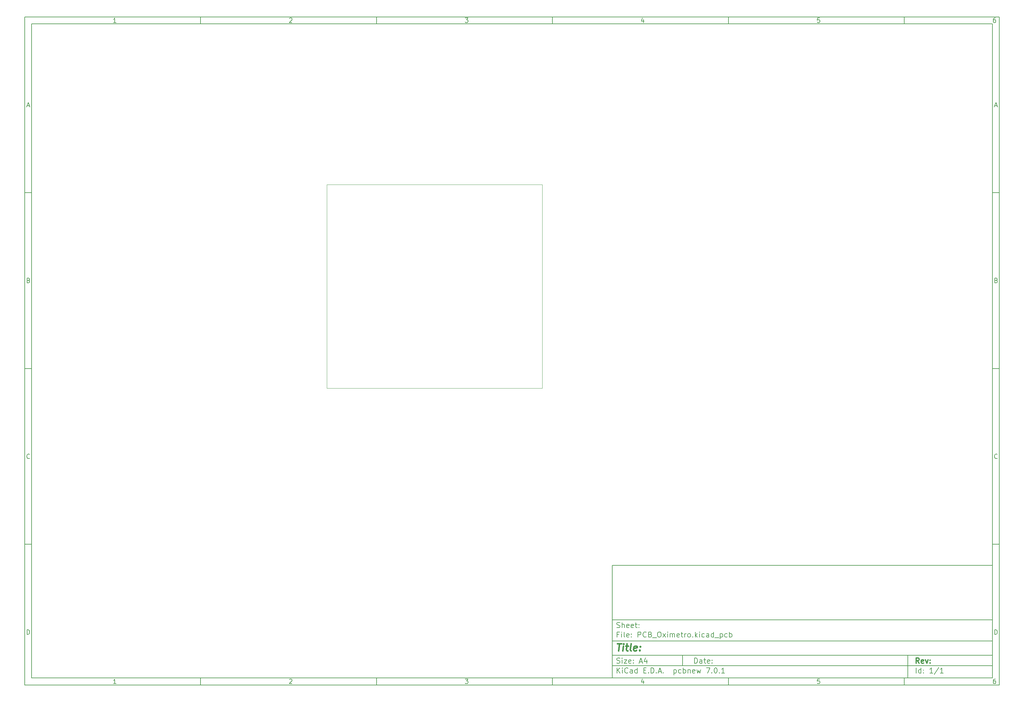
<source format=gbr>
%TF.GenerationSoftware,KiCad,Pcbnew,7.0.1*%
%TF.CreationDate,2023-09-12T17:22:40-03:00*%
%TF.ProjectId,PCB_Oximetro,5043425f-4f78-4696-9d65-74726f2e6b69,rev?*%
%TF.SameCoordinates,Original*%
%TF.FileFunction,Profile,NP*%
%FSLAX46Y46*%
G04 Gerber Fmt 4.6, Leading zero omitted, Abs format (unit mm)*
G04 Created by KiCad (PCBNEW 7.0.1) date 2023-09-12 17:22:40*
%MOMM*%
%LPD*%
G01*
G04 APERTURE LIST*
%ADD10C,0.100000*%
%ADD11C,0.150000*%
%ADD12C,0.300000*%
%ADD13C,0.400000*%
%TA.AperFunction,Profile*%
%ADD14C,0.100000*%
%TD*%
G04 APERTURE END LIST*
D10*
D11*
X177002200Y-166007200D02*
X285002200Y-166007200D01*
X285002200Y-198007200D01*
X177002200Y-198007200D01*
X177002200Y-166007200D01*
D10*
D11*
X10000000Y-10000000D02*
X287002200Y-10000000D01*
X287002200Y-200007200D01*
X10000000Y-200007200D01*
X10000000Y-10000000D01*
D10*
D11*
X12000000Y-12000000D02*
X285002200Y-12000000D01*
X285002200Y-198007200D01*
X12000000Y-198007200D01*
X12000000Y-12000000D01*
D10*
D11*
X60000000Y-12000000D02*
X60000000Y-10000000D01*
D10*
D11*
X110000000Y-12000000D02*
X110000000Y-10000000D01*
D10*
D11*
X160000000Y-12000000D02*
X160000000Y-10000000D01*
D10*
D11*
X210000000Y-12000000D02*
X210000000Y-10000000D01*
D10*
D11*
X260000000Y-12000000D02*
X260000000Y-10000000D01*
D10*
D11*
X35990476Y-11601404D02*
X35247619Y-11601404D01*
X35619047Y-11601404D02*
X35619047Y-10301404D01*
X35619047Y-10301404D02*
X35495238Y-10487119D01*
X35495238Y-10487119D02*
X35371428Y-10610928D01*
X35371428Y-10610928D02*
X35247619Y-10672833D01*
D10*
D11*
X85247619Y-10425214D02*
X85309523Y-10363309D01*
X85309523Y-10363309D02*
X85433333Y-10301404D01*
X85433333Y-10301404D02*
X85742857Y-10301404D01*
X85742857Y-10301404D02*
X85866666Y-10363309D01*
X85866666Y-10363309D02*
X85928571Y-10425214D01*
X85928571Y-10425214D02*
X85990476Y-10549023D01*
X85990476Y-10549023D02*
X85990476Y-10672833D01*
X85990476Y-10672833D02*
X85928571Y-10858547D01*
X85928571Y-10858547D02*
X85185714Y-11601404D01*
X85185714Y-11601404D02*
X85990476Y-11601404D01*
D10*
D11*
X135185714Y-10301404D02*
X135990476Y-10301404D01*
X135990476Y-10301404D02*
X135557142Y-10796642D01*
X135557142Y-10796642D02*
X135742857Y-10796642D01*
X135742857Y-10796642D02*
X135866666Y-10858547D01*
X135866666Y-10858547D02*
X135928571Y-10920452D01*
X135928571Y-10920452D02*
X135990476Y-11044261D01*
X135990476Y-11044261D02*
X135990476Y-11353785D01*
X135990476Y-11353785D02*
X135928571Y-11477595D01*
X135928571Y-11477595D02*
X135866666Y-11539500D01*
X135866666Y-11539500D02*
X135742857Y-11601404D01*
X135742857Y-11601404D02*
X135371428Y-11601404D01*
X135371428Y-11601404D02*
X135247619Y-11539500D01*
X135247619Y-11539500D02*
X135185714Y-11477595D01*
D10*
D11*
X185866666Y-10734738D02*
X185866666Y-11601404D01*
X185557142Y-10239500D02*
X185247619Y-11168071D01*
X185247619Y-11168071D02*
X186052380Y-11168071D01*
D10*
D11*
X235928571Y-10301404D02*
X235309523Y-10301404D01*
X235309523Y-10301404D02*
X235247619Y-10920452D01*
X235247619Y-10920452D02*
X235309523Y-10858547D01*
X235309523Y-10858547D02*
X235433333Y-10796642D01*
X235433333Y-10796642D02*
X235742857Y-10796642D01*
X235742857Y-10796642D02*
X235866666Y-10858547D01*
X235866666Y-10858547D02*
X235928571Y-10920452D01*
X235928571Y-10920452D02*
X235990476Y-11044261D01*
X235990476Y-11044261D02*
X235990476Y-11353785D01*
X235990476Y-11353785D02*
X235928571Y-11477595D01*
X235928571Y-11477595D02*
X235866666Y-11539500D01*
X235866666Y-11539500D02*
X235742857Y-11601404D01*
X235742857Y-11601404D02*
X235433333Y-11601404D01*
X235433333Y-11601404D02*
X235309523Y-11539500D01*
X235309523Y-11539500D02*
X235247619Y-11477595D01*
D10*
D11*
X285866666Y-10301404D02*
X285619047Y-10301404D01*
X285619047Y-10301404D02*
X285495238Y-10363309D01*
X285495238Y-10363309D02*
X285433333Y-10425214D01*
X285433333Y-10425214D02*
X285309523Y-10610928D01*
X285309523Y-10610928D02*
X285247619Y-10858547D01*
X285247619Y-10858547D02*
X285247619Y-11353785D01*
X285247619Y-11353785D02*
X285309523Y-11477595D01*
X285309523Y-11477595D02*
X285371428Y-11539500D01*
X285371428Y-11539500D02*
X285495238Y-11601404D01*
X285495238Y-11601404D02*
X285742857Y-11601404D01*
X285742857Y-11601404D02*
X285866666Y-11539500D01*
X285866666Y-11539500D02*
X285928571Y-11477595D01*
X285928571Y-11477595D02*
X285990476Y-11353785D01*
X285990476Y-11353785D02*
X285990476Y-11044261D01*
X285990476Y-11044261D02*
X285928571Y-10920452D01*
X285928571Y-10920452D02*
X285866666Y-10858547D01*
X285866666Y-10858547D02*
X285742857Y-10796642D01*
X285742857Y-10796642D02*
X285495238Y-10796642D01*
X285495238Y-10796642D02*
X285371428Y-10858547D01*
X285371428Y-10858547D02*
X285309523Y-10920452D01*
X285309523Y-10920452D02*
X285247619Y-11044261D01*
D10*
D11*
X60000000Y-198007200D02*
X60000000Y-200007200D01*
D10*
D11*
X110000000Y-198007200D02*
X110000000Y-200007200D01*
D10*
D11*
X160000000Y-198007200D02*
X160000000Y-200007200D01*
D10*
D11*
X210000000Y-198007200D02*
X210000000Y-200007200D01*
D10*
D11*
X260000000Y-198007200D02*
X260000000Y-200007200D01*
D10*
D11*
X35990476Y-199608604D02*
X35247619Y-199608604D01*
X35619047Y-199608604D02*
X35619047Y-198308604D01*
X35619047Y-198308604D02*
X35495238Y-198494319D01*
X35495238Y-198494319D02*
X35371428Y-198618128D01*
X35371428Y-198618128D02*
X35247619Y-198680033D01*
D10*
D11*
X85247619Y-198432414D02*
X85309523Y-198370509D01*
X85309523Y-198370509D02*
X85433333Y-198308604D01*
X85433333Y-198308604D02*
X85742857Y-198308604D01*
X85742857Y-198308604D02*
X85866666Y-198370509D01*
X85866666Y-198370509D02*
X85928571Y-198432414D01*
X85928571Y-198432414D02*
X85990476Y-198556223D01*
X85990476Y-198556223D02*
X85990476Y-198680033D01*
X85990476Y-198680033D02*
X85928571Y-198865747D01*
X85928571Y-198865747D02*
X85185714Y-199608604D01*
X85185714Y-199608604D02*
X85990476Y-199608604D01*
D10*
D11*
X135185714Y-198308604D02*
X135990476Y-198308604D01*
X135990476Y-198308604D02*
X135557142Y-198803842D01*
X135557142Y-198803842D02*
X135742857Y-198803842D01*
X135742857Y-198803842D02*
X135866666Y-198865747D01*
X135866666Y-198865747D02*
X135928571Y-198927652D01*
X135928571Y-198927652D02*
X135990476Y-199051461D01*
X135990476Y-199051461D02*
X135990476Y-199360985D01*
X135990476Y-199360985D02*
X135928571Y-199484795D01*
X135928571Y-199484795D02*
X135866666Y-199546700D01*
X135866666Y-199546700D02*
X135742857Y-199608604D01*
X135742857Y-199608604D02*
X135371428Y-199608604D01*
X135371428Y-199608604D02*
X135247619Y-199546700D01*
X135247619Y-199546700D02*
X135185714Y-199484795D01*
D10*
D11*
X185866666Y-198741938D02*
X185866666Y-199608604D01*
X185557142Y-198246700D02*
X185247619Y-199175271D01*
X185247619Y-199175271D02*
X186052380Y-199175271D01*
D10*
D11*
X235928571Y-198308604D02*
X235309523Y-198308604D01*
X235309523Y-198308604D02*
X235247619Y-198927652D01*
X235247619Y-198927652D02*
X235309523Y-198865747D01*
X235309523Y-198865747D02*
X235433333Y-198803842D01*
X235433333Y-198803842D02*
X235742857Y-198803842D01*
X235742857Y-198803842D02*
X235866666Y-198865747D01*
X235866666Y-198865747D02*
X235928571Y-198927652D01*
X235928571Y-198927652D02*
X235990476Y-199051461D01*
X235990476Y-199051461D02*
X235990476Y-199360985D01*
X235990476Y-199360985D02*
X235928571Y-199484795D01*
X235928571Y-199484795D02*
X235866666Y-199546700D01*
X235866666Y-199546700D02*
X235742857Y-199608604D01*
X235742857Y-199608604D02*
X235433333Y-199608604D01*
X235433333Y-199608604D02*
X235309523Y-199546700D01*
X235309523Y-199546700D02*
X235247619Y-199484795D01*
D10*
D11*
X285866666Y-198308604D02*
X285619047Y-198308604D01*
X285619047Y-198308604D02*
X285495238Y-198370509D01*
X285495238Y-198370509D02*
X285433333Y-198432414D01*
X285433333Y-198432414D02*
X285309523Y-198618128D01*
X285309523Y-198618128D02*
X285247619Y-198865747D01*
X285247619Y-198865747D02*
X285247619Y-199360985D01*
X285247619Y-199360985D02*
X285309523Y-199484795D01*
X285309523Y-199484795D02*
X285371428Y-199546700D01*
X285371428Y-199546700D02*
X285495238Y-199608604D01*
X285495238Y-199608604D02*
X285742857Y-199608604D01*
X285742857Y-199608604D02*
X285866666Y-199546700D01*
X285866666Y-199546700D02*
X285928571Y-199484795D01*
X285928571Y-199484795D02*
X285990476Y-199360985D01*
X285990476Y-199360985D02*
X285990476Y-199051461D01*
X285990476Y-199051461D02*
X285928571Y-198927652D01*
X285928571Y-198927652D02*
X285866666Y-198865747D01*
X285866666Y-198865747D02*
X285742857Y-198803842D01*
X285742857Y-198803842D02*
X285495238Y-198803842D01*
X285495238Y-198803842D02*
X285371428Y-198865747D01*
X285371428Y-198865747D02*
X285309523Y-198927652D01*
X285309523Y-198927652D02*
X285247619Y-199051461D01*
D10*
D11*
X10000000Y-60000000D02*
X12000000Y-60000000D01*
D10*
D11*
X10000000Y-110000000D02*
X12000000Y-110000000D01*
D10*
D11*
X10000000Y-160000000D02*
X12000000Y-160000000D01*
D10*
D11*
X10690476Y-35229976D02*
X11309523Y-35229976D01*
X10566666Y-35601404D02*
X10999999Y-34301404D01*
X10999999Y-34301404D02*
X11433333Y-35601404D01*
D10*
D11*
X11092857Y-84920452D02*
X11278571Y-84982357D01*
X11278571Y-84982357D02*
X11340476Y-85044261D01*
X11340476Y-85044261D02*
X11402380Y-85168071D01*
X11402380Y-85168071D02*
X11402380Y-85353785D01*
X11402380Y-85353785D02*
X11340476Y-85477595D01*
X11340476Y-85477595D02*
X11278571Y-85539500D01*
X11278571Y-85539500D02*
X11154761Y-85601404D01*
X11154761Y-85601404D02*
X10659523Y-85601404D01*
X10659523Y-85601404D02*
X10659523Y-84301404D01*
X10659523Y-84301404D02*
X11092857Y-84301404D01*
X11092857Y-84301404D02*
X11216666Y-84363309D01*
X11216666Y-84363309D02*
X11278571Y-84425214D01*
X11278571Y-84425214D02*
X11340476Y-84549023D01*
X11340476Y-84549023D02*
X11340476Y-84672833D01*
X11340476Y-84672833D02*
X11278571Y-84796642D01*
X11278571Y-84796642D02*
X11216666Y-84858547D01*
X11216666Y-84858547D02*
X11092857Y-84920452D01*
X11092857Y-84920452D02*
X10659523Y-84920452D01*
D10*
D11*
X11402380Y-135477595D02*
X11340476Y-135539500D01*
X11340476Y-135539500D02*
X11154761Y-135601404D01*
X11154761Y-135601404D02*
X11030952Y-135601404D01*
X11030952Y-135601404D02*
X10845238Y-135539500D01*
X10845238Y-135539500D02*
X10721428Y-135415690D01*
X10721428Y-135415690D02*
X10659523Y-135291880D01*
X10659523Y-135291880D02*
X10597619Y-135044261D01*
X10597619Y-135044261D02*
X10597619Y-134858547D01*
X10597619Y-134858547D02*
X10659523Y-134610928D01*
X10659523Y-134610928D02*
X10721428Y-134487119D01*
X10721428Y-134487119D02*
X10845238Y-134363309D01*
X10845238Y-134363309D02*
X11030952Y-134301404D01*
X11030952Y-134301404D02*
X11154761Y-134301404D01*
X11154761Y-134301404D02*
X11340476Y-134363309D01*
X11340476Y-134363309D02*
X11402380Y-134425214D01*
D10*
D11*
X10659523Y-185601404D02*
X10659523Y-184301404D01*
X10659523Y-184301404D02*
X10969047Y-184301404D01*
X10969047Y-184301404D02*
X11154761Y-184363309D01*
X11154761Y-184363309D02*
X11278571Y-184487119D01*
X11278571Y-184487119D02*
X11340476Y-184610928D01*
X11340476Y-184610928D02*
X11402380Y-184858547D01*
X11402380Y-184858547D02*
X11402380Y-185044261D01*
X11402380Y-185044261D02*
X11340476Y-185291880D01*
X11340476Y-185291880D02*
X11278571Y-185415690D01*
X11278571Y-185415690D02*
X11154761Y-185539500D01*
X11154761Y-185539500D02*
X10969047Y-185601404D01*
X10969047Y-185601404D02*
X10659523Y-185601404D01*
D10*
D11*
X287002200Y-60000000D02*
X285002200Y-60000000D01*
D10*
D11*
X287002200Y-110000000D02*
X285002200Y-110000000D01*
D10*
D11*
X287002200Y-160000000D02*
X285002200Y-160000000D01*
D10*
D11*
X285692676Y-35229976D02*
X286311723Y-35229976D01*
X285568866Y-35601404D02*
X286002199Y-34301404D01*
X286002199Y-34301404D02*
X286435533Y-35601404D01*
D10*
D11*
X286095057Y-84920452D02*
X286280771Y-84982357D01*
X286280771Y-84982357D02*
X286342676Y-85044261D01*
X286342676Y-85044261D02*
X286404580Y-85168071D01*
X286404580Y-85168071D02*
X286404580Y-85353785D01*
X286404580Y-85353785D02*
X286342676Y-85477595D01*
X286342676Y-85477595D02*
X286280771Y-85539500D01*
X286280771Y-85539500D02*
X286156961Y-85601404D01*
X286156961Y-85601404D02*
X285661723Y-85601404D01*
X285661723Y-85601404D02*
X285661723Y-84301404D01*
X285661723Y-84301404D02*
X286095057Y-84301404D01*
X286095057Y-84301404D02*
X286218866Y-84363309D01*
X286218866Y-84363309D02*
X286280771Y-84425214D01*
X286280771Y-84425214D02*
X286342676Y-84549023D01*
X286342676Y-84549023D02*
X286342676Y-84672833D01*
X286342676Y-84672833D02*
X286280771Y-84796642D01*
X286280771Y-84796642D02*
X286218866Y-84858547D01*
X286218866Y-84858547D02*
X286095057Y-84920452D01*
X286095057Y-84920452D02*
X285661723Y-84920452D01*
D10*
D11*
X286404580Y-135477595D02*
X286342676Y-135539500D01*
X286342676Y-135539500D02*
X286156961Y-135601404D01*
X286156961Y-135601404D02*
X286033152Y-135601404D01*
X286033152Y-135601404D02*
X285847438Y-135539500D01*
X285847438Y-135539500D02*
X285723628Y-135415690D01*
X285723628Y-135415690D02*
X285661723Y-135291880D01*
X285661723Y-135291880D02*
X285599819Y-135044261D01*
X285599819Y-135044261D02*
X285599819Y-134858547D01*
X285599819Y-134858547D02*
X285661723Y-134610928D01*
X285661723Y-134610928D02*
X285723628Y-134487119D01*
X285723628Y-134487119D02*
X285847438Y-134363309D01*
X285847438Y-134363309D02*
X286033152Y-134301404D01*
X286033152Y-134301404D02*
X286156961Y-134301404D01*
X286156961Y-134301404D02*
X286342676Y-134363309D01*
X286342676Y-134363309D02*
X286404580Y-134425214D01*
D10*
D11*
X285661723Y-185601404D02*
X285661723Y-184301404D01*
X285661723Y-184301404D02*
X285971247Y-184301404D01*
X285971247Y-184301404D02*
X286156961Y-184363309D01*
X286156961Y-184363309D02*
X286280771Y-184487119D01*
X286280771Y-184487119D02*
X286342676Y-184610928D01*
X286342676Y-184610928D02*
X286404580Y-184858547D01*
X286404580Y-184858547D02*
X286404580Y-185044261D01*
X286404580Y-185044261D02*
X286342676Y-185291880D01*
X286342676Y-185291880D02*
X286280771Y-185415690D01*
X286280771Y-185415690D02*
X286156961Y-185539500D01*
X286156961Y-185539500D02*
X285971247Y-185601404D01*
X285971247Y-185601404D02*
X285661723Y-185601404D01*
D10*
D11*
X200359342Y-193801128D02*
X200359342Y-192301128D01*
X200359342Y-192301128D02*
X200716485Y-192301128D01*
X200716485Y-192301128D02*
X200930771Y-192372557D01*
X200930771Y-192372557D02*
X201073628Y-192515414D01*
X201073628Y-192515414D02*
X201145057Y-192658271D01*
X201145057Y-192658271D02*
X201216485Y-192943985D01*
X201216485Y-192943985D02*
X201216485Y-193158271D01*
X201216485Y-193158271D02*
X201145057Y-193443985D01*
X201145057Y-193443985D02*
X201073628Y-193586842D01*
X201073628Y-193586842D02*
X200930771Y-193729700D01*
X200930771Y-193729700D02*
X200716485Y-193801128D01*
X200716485Y-193801128D02*
X200359342Y-193801128D01*
X202502200Y-193801128D02*
X202502200Y-193015414D01*
X202502200Y-193015414D02*
X202430771Y-192872557D01*
X202430771Y-192872557D02*
X202287914Y-192801128D01*
X202287914Y-192801128D02*
X202002200Y-192801128D01*
X202002200Y-192801128D02*
X201859342Y-192872557D01*
X202502200Y-193729700D02*
X202359342Y-193801128D01*
X202359342Y-193801128D02*
X202002200Y-193801128D01*
X202002200Y-193801128D02*
X201859342Y-193729700D01*
X201859342Y-193729700D02*
X201787914Y-193586842D01*
X201787914Y-193586842D02*
X201787914Y-193443985D01*
X201787914Y-193443985D02*
X201859342Y-193301128D01*
X201859342Y-193301128D02*
X202002200Y-193229700D01*
X202002200Y-193229700D02*
X202359342Y-193229700D01*
X202359342Y-193229700D02*
X202502200Y-193158271D01*
X203002200Y-192801128D02*
X203573628Y-192801128D01*
X203216485Y-192301128D02*
X203216485Y-193586842D01*
X203216485Y-193586842D02*
X203287914Y-193729700D01*
X203287914Y-193729700D02*
X203430771Y-193801128D01*
X203430771Y-193801128D02*
X203573628Y-193801128D01*
X204645057Y-193729700D02*
X204502200Y-193801128D01*
X204502200Y-193801128D02*
X204216486Y-193801128D01*
X204216486Y-193801128D02*
X204073628Y-193729700D01*
X204073628Y-193729700D02*
X204002200Y-193586842D01*
X204002200Y-193586842D02*
X204002200Y-193015414D01*
X204002200Y-193015414D02*
X204073628Y-192872557D01*
X204073628Y-192872557D02*
X204216486Y-192801128D01*
X204216486Y-192801128D02*
X204502200Y-192801128D01*
X204502200Y-192801128D02*
X204645057Y-192872557D01*
X204645057Y-192872557D02*
X204716486Y-193015414D01*
X204716486Y-193015414D02*
X204716486Y-193158271D01*
X204716486Y-193158271D02*
X204002200Y-193301128D01*
X205359342Y-193658271D02*
X205430771Y-193729700D01*
X205430771Y-193729700D02*
X205359342Y-193801128D01*
X205359342Y-193801128D02*
X205287914Y-193729700D01*
X205287914Y-193729700D02*
X205359342Y-193658271D01*
X205359342Y-193658271D02*
X205359342Y-193801128D01*
X205359342Y-192872557D02*
X205430771Y-192943985D01*
X205430771Y-192943985D02*
X205359342Y-193015414D01*
X205359342Y-193015414D02*
X205287914Y-192943985D01*
X205287914Y-192943985D02*
X205359342Y-192872557D01*
X205359342Y-192872557D02*
X205359342Y-193015414D01*
D10*
D11*
X177002200Y-194507200D02*
X285002200Y-194507200D01*
D10*
D11*
X178359342Y-196601128D02*
X178359342Y-195101128D01*
X179216485Y-196601128D02*
X178573628Y-195743985D01*
X179216485Y-195101128D02*
X178359342Y-195958271D01*
X179859342Y-196601128D02*
X179859342Y-195601128D01*
X179859342Y-195101128D02*
X179787914Y-195172557D01*
X179787914Y-195172557D02*
X179859342Y-195243985D01*
X179859342Y-195243985D02*
X179930771Y-195172557D01*
X179930771Y-195172557D02*
X179859342Y-195101128D01*
X179859342Y-195101128D02*
X179859342Y-195243985D01*
X181430771Y-196458271D02*
X181359343Y-196529700D01*
X181359343Y-196529700D02*
X181145057Y-196601128D01*
X181145057Y-196601128D02*
X181002200Y-196601128D01*
X181002200Y-196601128D02*
X180787914Y-196529700D01*
X180787914Y-196529700D02*
X180645057Y-196386842D01*
X180645057Y-196386842D02*
X180573628Y-196243985D01*
X180573628Y-196243985D02*
X180502200Y-195958271D01*
X180502200Y-195958271D02*
X180502200Y-195743985D01*
X180502200Y-195743985D02*
X180573628Y-195458271D01*
X180573628Y-195458271D02*
X180645057Y-195315414D01*
X180645057Y-195315414D02*
X180787914Y-195172557D01*
X180787914Y-195172557D02*
X181002200Y-195101128D01*
X181002200Y-195101128D02*
X181145057Y-195101128D01*
X181145057Y-195101128D02*
X181359343Y-195172557D01*
X181359343Y-195172557D02*
X181430771Y-195243985D01*
X182716486Y-196601128D02*
X182716486Y-195815414D01*
X182716486Y-195815414D02*
X182645057Y-195672557D01*
X182645057Y-195672557D02*
X182502200Y-195601128D01*
X182502200Y-195601128D02*
X182216486Y-195601128D01*
X182216486Y-195601128D02*
X182073628Y-195672557D01*
X182716486Y-196529700D02*
X182573628Y-196601128D01*
X182573628Y-196601128D02*
X182216486Y-196601128D01*
X182216486Y-196601128D02*
X182073628Y-196529700D01*
X182073628Y-196529700D02*
X182002200Y-196386842D01*
X182002200Y-196386842D02*
X182002200Y-196243985D01*
X182002200Y-196243985D02*
X182073628Y-196101128D01*
X182073628Y-196101128D02*
X182216486Y-196029700D01*
X182216486Y-196029700D02*
X182573628Y-196029700D01*
X182573628Y-196029700D02*
X182716486Y-195958271D01*
X184073629Y-196601128D02*
X184073629Y-195101128D01*
X184073629Y-196529700D02*
X183930771Y-196601128D01*
X183930771Y-196601128D02*
X183645057Y-196601128D01*
X183645057Y-196601128D02*
X183502200Y-196529700D01*
X183502200Y-196529700D02*
X183430771Y-196458271D01*
X183430771Y-196458271D02*
X183359343Y-196315414D01*
X183359343Y-196315414D02*
X183359343Y-195886842D01*
X183359343Y-195886842D02*
X183430771Y-195743985D01*
X183430771Y-195743985D02*
X183502200Y-195672557D01*
X183502200Y-195672557D02*
X183645057Y-195601128D01*
X183645057Y-195601128D02*
X183930771Y-195601128D01*
X183930771Y-195601128D02*
X184073629Y-195672557D01*
X185930771Y-195815414D02*
X186430771Y-195815414D01*
X186645057Y-196601128D02*
X185930771Y-196601128D01*
X185930771Y-196601128D02*
X185930771Y-195101128D01*
X185930771Y-195101128D02*
X186645057Y-195101128D01*
X187287914Y-196458271D02*
X187359343Y-196529700D01*
X187359343Y-196529700D02*
X187287914Y-196601128D01*
X187287914Y-196601128D02*
X187216486Y-196529700D01*
X187216486Y-196529700D02*
X187287914Y-196458271D01*
X187287914Y-196458271D02*
X187287914Y-196601128D01*
X188002200Y-196601128D02*
X188002200Y-195101128D01*
X188002200Y-195101128D02*
X188359343Y-195101128D01*
X188359343Y-195101128D02*
X188573629Y-195172557D01*
X188573629Y-195172557D02*
X188716486Y-195315414D01*
X188716486Y-195315414D02*
X188787915Y-195458271D01*
X188787915Y-195458271D02*
X188859343Y-195743985D01*
X188859343Y-195743985D02*
X188859343Y-195958271D01*
X188859343Y-195958271D02*
X188787915Y-196243985D01*
X188787915Y-196243985D02*
X188716486Y-196386842D01*
X188716486Y-196386842D02*
X188573629Y-196529700D01*
X188573629Y-196529700D02*
X188359343Y-196601128D01*
X188359343Y-196601128D02*
X188002200Y-196601128D01*
X189502200Y-196458271D02*
X189573629Y-196529700D01*
X189573629Y-196529700D02*
X189502200Y-196601128D01*
X189502200Y-196601128D02*
X189430772Y-196529700D01*
X189430772Y-196529700D02*
X189502200Y-196458271D01*
X189502200Y-196458271D02*
X189502200Y-196601128D01*
X190145058Y-196172557D02*
X190859344Y-196172557D01*
X190002201Y-196601128D02*
X190502201Y-195101128D01*
X190502201Y-195101128D02*
X191002201Y-196601128D01*
X191502200Y-196458271D02*
X191573629Y-196529700D01*
X191573629Y-196529700D02*
X191502200Y-196601128D01*
X191502200Y-196601128D02*
X191430772Y-196529700D01*
X191430772Y-196529700D02*
X191502200Y-196458271D01*
X191502200Y-196458271D02*
X191502200Y-196601128D01*
X194502200Y-195601128D02*
X194502200Y-197101128D01*
X194502200Y-195672557D02*
X194645058Y-195601128D01*
X194645058Y-195601128D02*
X194930772Y-195601128D01*
X194930772Y-195601128D02*
X195073629Y-195672557D01*
X195073629Y-195672557D02*
X195145058Y-195743985D01*
X195145058Y-195743985D02*
X195216486Y-195886842D01*
X195216486Y-195886842D02*
X195216486Y-196315414D01*
X195216486Y-196315414D02*
X195145058Y-196458271D01*
X195145058Y-196458271D02*
X195073629Y-196529700D01*
X195073629Y-196529700D02*
X194930772Y-196601128D01*
X194930772Y-196601128D02*
X194645058Y-196601128D01*
X194645058Y-196601128D02*
X194502200Y-196529700D01*
X196502201Y-196529700D02*
X196359343Y-196601128D01*
X196359343Y-196601128D02*
X196073629Y-196601128D01*
X196073629Y-196601128D02*
X195930772Y-196529700D01*
X195930772Y-196529700D02*
X195859343Y-196458271D01*
X195859343Y-196458271D02*
X195787915Y-196315414D01*
X195787915Y-196315414D02*
X195787915Y-195886842D01*
X195787915Y-195886842D02*
X195859343Y-195743985D01*
X195859343Y-195743985D02*
X195930772Y-195672557D01*
X195930772Y-195672557D02*
X196073629Y-195601128D01*
X196073629Y-195601128D02*
X196359343Y-195601128D01*
X196359343Y-195601128D02*
X196502201Y-195672557D01*
X197145057Y-196601128D02*
X197145057Y-195101128D01*
X197145057Y-195672557D02*
X197287915Y-195601128D01*
X197287915Y-195601128D02*
X197573629Y-195601128D01*
X197573629Y-195601128D02*
X197716486Y-195672557D01*
X197716486Y-195672557D02*
X197787915Y-195743985D01*
X197787915Y-195743985D02*
X197859343Y-195886842D01*
X197859343Y-195886842D02*
X197859343Y-196315414D01*
X197859343Y-196315414D02*
X197787915Y-196458271D01*
X197787915Y-196458271D02*
X197716486Y-196529700D01*
X197716486Y-196529700D02*
X197573629Y-196601128D01*
X197573629Y-196601128D02*
X197287915Y-196601128D01*
X197287915Y-196601128D02*
X197145057Y-196529700D01*
X198502200Y-195601128D02*
X198502200Y-196601128D01*
X198502200Y-195743985D02*
X198573629Y-195672557D01*
X198573629Y-195672557D02*
X198716486Y-195601128D01*
X198716486Y-195601128D02*
X198930772Y-195601128D01*
X198930772Y-195601128D02*
X199073629Y-195672557D01*
X199073629Y-195672557D02*
X199145058Y-195815414D01*
X199145058Y-195815414D02*
X199145058Y-196601128D01*
X200430772Y-196529700D02*
X200287915Y-196601128D01*
X200287915Y-196601128D02*
X200002201Y-196601128D01*
X200002201Y-196601128D02*
X199859343Y-196529700D01*
X199859343Y-196529700D02*
X199787915Y-196386842D01*
X199787915Y-196386842D02*
X199787915Y-195815414D01*
X199787915Y-195815414D02*
X199859343Y-195672557D01*
X199859343Y-195672557D02*
X200002201Y-195601128D01*
X200002201Y-195601128D02*
X200287915Y-195601128D01*
X200287915Y-195601128D02*
X200430772Y-195672557D01*
X200430772Y-195672557D02*
X200502201Y-195815414D01*
X200502201Y-195815414D02*
X200502201Y-195958271D01*
X200502201Y-195958271D02*
X199787915Y-196101128D01*
X201002200Y-195601128D02*
X201287915Y-196601128D01*
X201287915Y-196601128D02*
X201573629Y-195886842D01*
X201573629Y-195886842D02*
X201859343Y-196601128D01*
X201859343Y-196601128D02*
X202145057Y-195601128D01*
X203716486Y-195101128D02*
X204716486Y-195101128D01*
X204716486Y-195101128D02*
X204073629Y-196601128D01*
X205287914Y-196458271D02*
X205359343Y-196529700D01*
X205359343Y-196529700D02*
X205287914Y-196601128D01*
X205287914Y-196601128D02*
X205216486Y-196529700D01*
X205216486Y-196529700D02*
X205287914Y-196458271D01*
X205287914Y-196458271D02*
X205287914Y-196601128D01*
X206287915Y-195101128D02*
X206430772Y-195101128D01*
X206430772Y-195101128D02*
X206573629Y-195172557D01*
X206573629Y-195172557D02*
X206645058Y-195243985D01*
X206645058Y-195243985D02*
X206716486Y-195386842D01*
X206716486Y-195386842D02*
X206787915Y-195672557D01*
X206787915Y-195672557D02*
X206787915Y-196029700D01*
X206787915Y-196029700D02*
X206716486Y-196315414D01*
X206716486Y-196315414D02*
X206645058Y-196458271D01*
X206645058Y-196458271D02*
X206573629Y-196529700D01*
X206573629Y-196529700D02*
X206430772Y-196601128D01*
X206430772Y-196601128D02*
X206287915Y-196601128D01*
X206287915Y-196601128D02*
X206145058Y-196529700D01*
X206145058Y-196529700D02*
X206073629Y-196458271D01*
X206073629Y-196458271D02*
X206002200Y-196315414D01*
X206002200Y-196315414D02*
X205930772Y-196029700D01*
X205930772Y-196029700D02*
X205930772Y-195672557D01*
X205930772Y-195672557D02*
X206002200Y-195386842D01*
X206002200Y-195386842D02*
X206073629Y-195243985D01*
X206073629Y-195243985D02*
X206145058Y-195172557D01*
X206145058Y-195172557D02*
X206287915Y-195101128D01*
X207430771Y-196458271D02*
X207502200Y-196529700D01*
X207502200Y-196529700D02*
X207430771Y-196601128D01*
X207430771Y-196601128D02*
X207359343Y-196529700D01*
X207359343Y-196529700D02*
X207430771Y-196458271D01*
X207430771Y-196458271D02*
X207430771Y-196601128D01*
X208930772Y-196601128D02*
X208073629Y-196601128D01*
X208502200Y-196601128D02*
X208502200Y-195101128D01*
X208502200Y-195101128D02*
X208359343Y-195315414D01*
X208359343Y-195315414D02*
X208216486Y-195458271D01*
X208216486Y-195458271D02*
X208073629Y-195529700D01*
D10*
D11*
X177002200Y-191507200D02*
X285002200Y-191507200D01*
D10*
D12*
X264216485Y-193801128D02*
X263716485Y-193086842D01*
X263359342Y-193801128D02*
X263359342Y-192301128D01*
X263359342Y-192301128D02*
X263930771Y-192301128D01*
X263930771Y-192301128D02*
X264073628Y-192372557D01*
X264073628Y-192372557D02*
X264145057Y-192443985D01*
X264145057Y-192443985D02*
X264216485Y-192586842D01*
X264216485Y-192586842D02*
X264216485Y-192801128D01*
X264216485Y-192801128D02*
X264145057Y-192943985D01*
X264145057Y-192943985D02*
X264073628Y-193015414D01*
X264073628Y-193015414D02*
X263930771Y-193086842D01*
X263930771Y-193086842D02*
X263359342Y-193086842D01*
X265430771Y-193729700D02*
X265287914Y-193801128D01*
X265287914Y-193801128D02*
X265002200Y-193801128D01*
X265002200Y-193801128D02*
X264859342Y-193729700D01*
X264859342Y-193729700D02*
X264787914Y-193586842D01*
X264787914Y-193586842D02*
X264787914Y-193015414D01*
X264787914Y-193015414D02*
X264859342Y-192872557D01*
X264859342Y-192872557D02*
X265002200Y-192801128D01*
X265002200Y-192801128D02*
X265287914Y-192801128D01*
X265287914Y-192801128D02*
X265430771Y-192872557D01*
X265430771Y-192872557D02*
X265502200Y-193015414D01*
X265502200Y-193015414D02*
X265502200Y-193158271D01*
X265502200Y-193158271D02*
X264787914Y-193301128D01*
X266002199Y-192801128D02*
X266359342Y-193801128D01*
X266359342Y-193801128D02*
X266716485Y-192801128D01*
X267287913Y-193658271D02*
X267359342Y-193729700D01*
X267359342Y-193729700D02*
X267287913Y-193801128D01*
X267287913Y-193801128D02*
X267216485Y-193729700D01*
X267216485Y-193729700D02*
X267287913Y-193658271D01*
X267287913Y-193658271D02*
X267287913Y-193801128D01*
X267287913Y-192872557D02*
X267359342Y-192943985D01*
X267359342Y-192943985D02*
X267287913Y-193015414D01*
X267287913Y-193015414D02*
X267216485Y-192943985D01*
X267216485Y-192943985D02*
X267287913Y-192872557D01*
X267287913Y-192872557D02*
X267287913Y-193015414D01*
D10*
D11*
X178287914Y-193729700D02*
X178502200Y-193801128D01*
X178502200Y-193801128D02*
X178859342Y-193801128D01*
X178859342Y-193801128D02*
X179002200Y-193729700D01*
X179002200Y-193729700D02*
X179073628Y-193658271D01*
X179073628Y-193658271D02*
X179145057Y-193515414D01*
X179145057Y-193515414D02*
X179145057Y-193372557D01*
X179145057Y-193372557D02*
X179073628Y-193229700D01*
X179073628Y-193229700D02*
X179002200Y-193158271D01*
X179002200Y-193158271D02*
X178859342Y-193086842D01*
X178859342Y-193086842D02*
X178573628Y-193015414D01*
X178573628Y-193015414D02*
X178430771Y-192943985D01*
X178430771Y-192943985D02*
X178359342Y-192872557D01*
X178359342Y-192872557D02*
X178287914Y-192729700D01*
X178287914Y-192729700D02*
X178287914Y-192586842D01*
X178287914Y-192586842D02*
X178359342Y-192443985D01*
X178359342Y-192443985D02*
X178430771Y-192372557D01*
X178430771Y-192372557D02*
X178573628Y-192301128D01*
X178573628Y-192301128D02*
X178930771Y-192301128D01*
X178930771Y-192301128D02*
X179145057Y-192372557D01*
X179787913Y-193801128D02*
X179787913Y-192801128D01*
X179787913Y-192301128D02*
X179716485Y-192372557D01*
X179716485Y-192372557D02*
X179787913Y-192443985D01*
X179787913Y-192443985D02*
X179859342Y-192372557D01*
X179859342Y-192372557D02*
X179787913Y-192301128D01*
X179787913Y-192301128D02*
X179787913Y-192443985D01*
X180359342Y-192801128D02*
X181145057Y-192801128D01*
X181145057Y-192801128D02*
X180359342Y-193801128D01*
X180359342Y-193801128D02*
X181145057Y-193801128D01*
X182287914Y-193729700D02*
X182145057Y-193801128D01*
X182145057Y-193801128D02*
X181859343Y-193801128D01*
X181859343Y-193801128D02*
X181716485Y-193729700D01*
X181716485Y-193729700D02*
X181645057Y-193586842D01*
X181645057Y-193586842D02*
X181645057Y-193015414D01*
X181645057Y-193015414D02*
X181716485Y-192872557D01*
X181716485Y-192872557D02*
X181859343Y-192801128D01*
X181859343Y-192801128D02*
X182145057Y-192801128D01*
X182145057Y-192801128D02*
X182287914Y-192872557D01*
X182287914Y-192872557D02*
X182359343Y-193015414D01*
X182359343Y-193015414D02*
X182359343Y-193158271D01*
X182359343Y-193158271D02*
X181645057Y-193301128D01*
X183002199Y-193658271D02*
X183073628Y-193729700D01*
X183073628Y-193729700D02*
X183002199Y-193801128D01*
X183002199Y-193801128D02*
X182930771Y-193729700D01*
X182930771Y-193729700D02*
X183002199Y-193658271D01*
X183002199Y-193658271D02*
X183002199Y-193801128D01*
X183002199Y-192872557D02*
X183073628Y-192943985D01*
X183073628Y-192943985D02*
X183002199Y-193015414D01*
X183002199Y-193015414D02*
X182930771Y-192943985D01*
X182930771Y-192943985D02*
X183002199Y-192872557D01*
X183002199Y-192872557D02*
X183002199Y-193015414D01*
X184787914Y-193372557D02*
X185502200Y-193372557D01*
X184645057Y-193801128D02*
X185145057Y-192301128D01*
X185145057Y-192301128D02*
X185645057Y-193801128D01*
X186787914Y-192801128D02*
X186787914Y-193801128D01*
X186430771Y-192229700D02*
X186073628Y-193301128D01*
X186073628Y-193301128D02*
X187002199Y-193301128D01*
D10*
D11*
X263359342Y-196601128D02*
X263359342Y-195101128D01*
X264716486Y-196601128D02*
X264716486Y-195101128D01*
X264716486Y-196529700D02*
X264573628Y-196601128D01*
X264573628Y-196601128D02*
X264287914Y-196601128D01*
X264287914Y-196601128D02*
X264145057Y-196529700D01*
X264145057Y-196529700D02*
X264073628Y-196458271D01*
X264073628Y-196458271D02*
X264002200Y-196315414D01*
X264002200Y-196315414D02*
X264002200Y-195886842D01*
X264002200Y-195886842D02*
X264073628Y-195743985D01*
X264073628Y-195743985D02*
X264145057Y-195672557D01*
X264145057Y-195672557D02*
X264287914Y-195601128D01*
X264287914Y-195601128D02*
X264573628Y-195601128D01*
X264573628Y-195601128D02*
X264716486Y-195672557D01*
X265430771Y-196458271D02*
X265502200Y-196529700D01*
X265502200Y-196529700D02*
X265430771Y-196601128D01*
X265430771Y-196601128D02*
X265359343Y-196529700D01*
X265359343Y-196529700D02*
X265430771Y-196458271D01*
X265430771Y-196458271D02*
X265430771Y-196601128D01*
X265430771Y-195672557D02*
X265502200Y-195743985D01*
X265502200Y-195743985D02*
X265430771Y-195815414D01*
X265430771Y-195815414D02*
X265359343Y-195743985D01*
X265359343Y-195743985D02*
X265430771Y-195672557D01*
X265430771Y-195672557D02*
X265430771Y-195815414D01*
X268073629Y-196601128D02*
X267216486Y-196601128D01*
X267645057Y-196601128D02*
X267645057Y-195101128D01*
X267645057Y-195101128D02*
X267502200Y-195315414D01*
X267502200Y-195315414D02*
X267359343Y-195458271D01*
X267359343Y-195458271D02*
X267216486Y-195529700D01*
X269787914Y-195029700D02*
X268502200Y-196958271D01*
X271073629Y-196601128D02*
X270216486Y-196601128D01*
X270645057Y-196601128D02*
X270645057Y-195101128D01*
X270645057Y-195101128D02*
X270502200Y-195315414D01*
X270502200Y-195315414D02*
X270359343Y-195458271D01*
X270359343Y-195458271D02*
X270216486Y-195529700D01*
D10*
D11*
X177002200Y-187507200D02*
X285002200Y-187507200D01*
D10*
D13*
X178430771Y-188232438D02*
X179573628Y-188232438D01*
X178752200Y-190232438D02*
X179002200Y-188232438D01*
X179978390Y-190232438D02*
X180145057Y-188899104D01*
X180228390Y-188232438D02*
X180121247Y-188327676D01*
X180121247Y-188327676D02*
X180204581Y-188422914D01*
X180204581Y-188422914D02*
X180311724Y-188327676D01*
X180311724Y-188327676D02*
X180228390Y-188232438D01*
X180228390Y-188232438D02*
X180204581Y-188422914D01*
X180799819Y-188899104D02*
X181561723Y-188899104D01*
X181168866Y-188232438D02*
X180954581Y-189946723D01*
X180954581Y-189946723D02*
X181026009Y-190137200D01*
X181026009Y-190137200D02*
X181204581Y-190232438D01*
X181204581Y-190232438D02*
X181395057Y-190232438D01*
X182335533Y-190232438D02*
X182156961Y-190137200D01*
X182156961Y-190137200D02*
X182085533Y-189946723D01*
X182085533Y-189946723D02*
X182299818Y-188232438D01*
X183859342Y-190137200D02*
X183656961Y-190232438D01*
X183656961Y-190232438D02*
X183276008Y-190232438D01*
X183276008Y-190232438D02*
X183097437Y-190137200D01*
X183097437Y-190137200D02*
X183026008Y-189946723D01*
X183026008Y-189946723D02*
X183121247Y-189184819D01*
X183121247Y-189184819D02*
X183240294Y-188994342D01*
X183240294Y-188994342D02*
X183442675Y-188899104D01*
X183442675Y-188899104D02*
X183823627Y-188899104D01*
X183823627Y-188899104D02*
X184002199Y-188994342D01*
X184002199Y-188994342D02*
X184073627Y-189184819D01*
X184073627Y-189184819D02*
X184049818Y-189375295D01*
X184049818Y-189375295D02*
X183073627Y-189565771D01*
X184811723Y-190041961D02*
X184895056Y-190137200D01*
X184895056Y-190137200D02*
X184787913Y-190232438D01*
X184787913Y-190232438D02*
X184704580Y-190137200D01*
X184704580Y-190137200D02*
X184811723Y-190041961D01*
X184811723Y-190041961D02*
X184787913Y-190232438D01*
X184942675Y-188994342D02*
X185026008Y-189089580D01*
X185026008Y-189089580D02*
X184918866Y-189184819D01*
X184918866Y-189184819D02*
X184835532Y-189089580D01*
X184835532Y-189089580D02*
X184942675Y-188994342D01*
X184942675Y-188994342D02*
X184918866Y-189184819D01*
D10*
D11*
X178859342Y-185615414D02*
X178359342Y-185615414D01*
X178359342Y-186401128D02*
X178359342Y-184901128D01*
X178359342Y-184901128D02*
X179073628Y-184901128D01*
X179645056Y-186401128D02*
X179645056Y-185401128D01*
X179645056Y-184901128D02*
X179573628Y-184972557D01*
X179573628Y-184972557D02*
X179645056Y-185043985D01*
X179645056Y-185043985D02*
X179716485Y-184972557D01*
X179716485Y-184972557D02*
X179645056Y-184901128D01*
X179645056Y-184901128D02*
X179645056Y-185043985D01*
X180573628Y-186401128D02*
X180430771Y-186329700D01*
X180430771Y-186329700D02*
X180359342Y-186186842D01*
X180359342Y-186186842D02*
X180359342Y-184901128D01*
X181716485Y-186329700D02*
X181573628Y-186401128D01*
X181573628Y-186401128D02*
X181287914Y-186401128D01*
X181287914Y-186401128D02*
X181145056Y-186329700D01*
X181145056Y-186329700D02*
X181073628Y-186186842D01*
X181073628Y-186186842D02*
X181073628Y-185615414D01*
X181073628Y-185615414D02*
X181145056Y-185472557D01*
X181145056Y-185472557D02*
X181287914Y-185401128D01*
X181287914Y-185401128D02*
X181573628Y-185401128D01*
X181573628Y-185401128D02*
X181716485Y-185472557D01*
X181716485Y-185472557D02*
X181787914Y-185615414D01*
X181787914Y-185615414D02*
X181787914Y-185758271D01*
X181787914Y-185758271D02*
X181073628Y-185901128D01*
X182430770Y-186258271D02*
X182502199Y-186329700D01*
X182502199Y-186329700D02*
X182430770Y-186401128D01*
X182430770Y-186401128D02*
X182359342Y-186329700D01*
X182359342Y-186329700D02*
X182430770Y-186258271D01*
X182430770Y-186258271D02*
X182430770Y-186401128D01*
X182430770Y-185472557D02*
X182502199Y-185543985D01*
X182502199Y-185543985D02*
X182430770Y-185615414D01*
X182430770Y-185615414D02*
X182359342Y-185543985D01*
X182359342Y-185543985D02*
X182430770Y-185472557D01*
X182430770Y-185472557D02*
X182430770Y-185615414D01*
X184287913Y-186401128D02*
X184287913Y-184901128D01*
X184287913Y-184901128D02*
X184859342Y-184901128D01*
X184859342Y-184901128D02*
X185002199Y-184972557D01*
X185002199Y-184972557D02*
X185073628Y-185043985D01*
X185073628Y-185043985D02*
X185145056Y-185186842D01*
X185145056Y-185186842D02*
X185145056Y-185401128D01*
X185145056Y-185401128D02*
X185073628Y-185543985D01*
X185073628Y-185543985D02*
X185002199Y-185615414D01*
X185002199Y-185615414D02*
X184859342Y-185686842D01*
X184859342Y-185686842D02*
X184287913Y-185686842D01*
X186645056Y-186258271D02*
X186573628Y-186329700D01*
X186573628Y-186329700D02*
X186359342Y-186401128D01*
X186359342Y-186401128D02*
X186216485Y-186401128D01*
X186216485Y-186401128D02*
X186002199Y-186329700D01*
X186002199Y-186329700D02*
X185859342Y-186186842D01*
X185859342Y-186186842D02*
X185787913Y-186043985D01*
X185787913Y-186043985D02*
X185716485Y-185758271D01*
X185716485Y-185758271D02*
X185716485Y-185543985D01*
X185716485Y-185543985D02*
X185787913Y-185258271D01*
X185787913Y-185258271D02*
X185859342Y-185115414D01*
X185859342Y-185115414D02*
X186002199Y-184972557D01*
X186002199Y-184972557D02*
X186216485Y-184901128D01*
X186216485Y-184901128D02*
X186359342Y-184901128D01*
X186359342Y-184901128D02*
X186573628Y-184972557D01*
X186573628Y-184972557D02*
X186645056Y-185043985D01*
X187787913Y-185615414D02*
X188002199Y-185686842D01*
X188002199Y-185686842D02*
X188073628Y-185758271D01*
X188073628Y-185758271D02*
X188145056Y-185901128D01*
X188145056Y-185901128D02*
X188145056Y-186115414D01*
X188145056Y-186115414D02*
X188073628Y-186258271D01*
X188073628Y-186258271D02*
X188002199Y-186329700D01*
X188002199Y-186329700D02*
X187859342Y-186401128D01*
X187859342Y-186401128D02*
X187287913Y-186401128D01*
X187287913Y-186401128D02*
X187287913Y-184901128D01*
X187287913Y-184901128D02*
X187787913Y-184901128D01*
X187787913Y-184901128D02*
X187930771Y-184972557D01*
X187930771Y-184972557D02*
X188002199Y-185043985D01*
X188002199Y-185043985D02*
X188073628Y-185186842D01*
X188073628Y-185186842D02*
X188073628Y-185329700D01*
X188073628Y-185329700D02*
X188002199Y-185472557D01*
X188002199Y-185472557D02*
X187930771Y-185543985D01*
X187930771Y-185543985D02*
X187787913Y-185615414D01*
X187787913Y-185615414D02*
X187287913Y-185615414D01*
X188430771Y-186543985D02*
X189573628Y-186543985D01*
X190216485Y-184901128D02*
X190502199Y-184901128D01*
X190502199Y-184901128D02*
X190645056Y-184972557D01*
X190645056Y-184972557D02*
X190787913Y-185115414D01*
X190787913Y-185115414D02*
X190859342Y-185401128D01*
X190859342Y-185401128D02*
X190859342Y-185901128D01*
X190859342Y-185901128D02*
X190787913Y-186186842D01*
X190787913Y-186186842D02*
X190645056Y-186329700D01*
X190645056Y-186329700D02*
X190502199Y-186401128D01*
X190502199Y-186401128D02*
X190216485Y-186401128D01*
X190216485Y-186401128D02*
X190073628Y-186329700D01*
X190073628Y-186329700D02*
X189930770Y-186186842D01*
X189930770Y-186186842D02*
X189859342Y-185901128D01*
X189859342Y-185901128D02*
X189859342Y-185401128D01*
X189859342Y-185401128D02*
X189930770Y-185115414D01*
X189930770Y-185115414D02*
X190073628Y-184972557D01*
X190073628Y-184972557D02*
X190216485Y-184901128D01*
X191359342Y-186401128D02*
X192145057Y-185401128D01*
X191359342Y-185401128D02*
X192145057Y-186401128D01*
X192716485Y-186401128D02*
X192716485Y-185401128D01*
X192716485Y-184901128D02*
X192645057Y-184972557D01*
X192645057Y-184972557D02*
X192716485Y-185043985D01*
X192716485Y-185043985D02*
X192787914Y-184972557D01*
X192787914Y-184972557D02*
X192716485Y-184901128D01*
X192716485Y-184901128D02*
X192716485Y-185043985D01*
X193430771Y-186401128D02*
X193430771Y-185401128D01*
X193430771Y-185543985D02*
X193502200Y-185472557D01*
X193502200Y-185472557D02*
X193645057Y-185401128D01*
X193645057Y-185401128D02*
X193859343Y-185401128D01*
X193859343Y-185401128D02*
X194002200Y-185472557D01*
X194002200Y-185472557D02*
X194073629Y-185615414D01*
X194073629Y-185615414D02*
X194073629Y-186401128D01*
X194073629Y-185615414D02*
X194145057Y-185472557D01*
X194145057Y-185472557D02*
X194287914Y-185401128D01*
X194287914Y-185401128D02*
X194502200Y-185401128D01*
X194502200Y-185401128D02*
X194645057Y-185472557D01*
X194645057Y-185472557D02*
X194716486Y-185615414D01*
X194716486Y-185615414D02*
X194716486Y-186401128D01*
X196002200Y-186329700D02*
X195859343Y-186401128D01*
X195859343Y-186401128D02*
X195573629Y-186401128D01*
X195573629Y-186401128D02*
X195430771Y-186329700D01*
X195430771Y-186329700D02*
X195359343Y-186186842D01*
X195359343Y-186186842D02*
X195359343Y-185615414D01*
X195359343Y-185615414D02*
X195430771Y-185472557D01*
X195430771Y-185472557D02*
X195573629Y-185401128D01*
X195573629Y-185401128D02*
X195859343Y-185401128D01*
X195859343Y-185401128D02*
X196002200Y-185472557D01*
X196002200Y-185472557D02*
X196073629Y-185615414D01*
X196073629Y-185615414D02*
X196073629Y-185758271D01*
X196073629Y-185758271D02*
X195359343Y-185901128D01*
X196502200Y-185401128D02*
X197073628Y-185401128D01*
X196716485Y-184901128D02*
X196716485Y-186186842D01*
X196716485Y-186186842D02*
X196787914Y-186329700D01*
X196787914Y-186329700D02*
X196930771Y-186401128D01*
X196930771Y-186401128D02*
X197073628Y-186401128D01*
X197573628Y-186401128D02*
X197573628Y-185401128D01*
X197573628Y-185686842D02*
X197645057Y-185543985D01*
X197645057Y-185543985D02*
X197716486Y-185472557D01*
X197716486Y-185472557D02*
X197859343Y-185401128D01*
X197859343Y-185401128D02*
X198002200Y-185401128D01*
X198716485Y-186401128D02*
X198573628Y-186329700D01*
X198573628Y-186329700D02*
X198502199Y-186258271D01*
X198502199Y-186258271D02*
X198430771Y-186115414D01*
X198430771Y-186115414D02*
X198430771Y-185686842D01*
X198430771Y-185686842D02*
X198502199Y-185543985D01*
X198502199Y-185543985D02*
X198573628Y-185472557D01*
X198573628Y-185472557D02*
X198716485Y-185401128D01*
X198716485Y-185401128D02*
X198930771Y-185401128D01*
X198930771Y-185401128D02*
X199073628Y-185472557D01*
X199073628Y-185472557D02*
X199145057Y-185543985D01*
X199145057Y-185543985D02*
X199216485Y-185686842D01*
X199216485Y-185686842D02*
X199216485Y-186115414D01*
X199216485Y-186115414D02*
X199145057Y-186258271D01*
X199145057Y-186258271D02*
X199073628Y-186329700D01*
X199073628Y-186329700D02*
X198930771Y-186401128D01*
X198930771Y-186401128D02*
X198716485Y-186401128D01*
X199859342Y-186258271D02*
X199930771Y-186329700D01*
X199930771Y-186329700D02*
X199859342Y-186401128D01*
X199859342Y-186401128D02*
X199787914Y-186329700D01*
X199787914Y-186329700D02*
X199859342Y-186258271D01*
X199859342Y-186258271D02*
X199859342Y-186401128D01*
X200573628Y-186401128D02*
X200573628Y-184901128D01*
X200716486Y-185829700D02*
X201145057Y-186401128D01*
X201145057Y-185401128D02*
X200573628Y-185972557D01*
X201787914Y-186401128D02*
X201787914Y-185401128D01*
X201787914Y-184901128D02*
X201716486Y-184972557D01*
X201716486Y-184972557D02*
X201787914Y-185043985D01*
X201787914Y-185043985D02*
X201859343Y-184972557D01*
X201859343Y-184972557D02*
X201787914Y-184901128D01*
X201787914Y-184901128D02*
X201787914Y-185043985D01*
X203145058Y-186329700D02*
X203002200Y-186401128D01*
X203002200Y-186401128D02*
X202716486Y-186401128D01*
X202716486Y-186401128D02*
X202573629Y-186329700D01*
X202573629Y-186329700D02*
X202502200Y-186258271D01*
X202502200Y-186258271D02*
X202430772Y-186115414D01*
X202430772Y-186115414D02*
X202430772Y-185686842D01*
X202430772Y-185686842D02*
X202502200Y-185543985D01*
X202502200Y-185543985D02*
X202573629Y-185472557D01*
X202573629Y-185472557D02*
X202716486Y-185401128D01*
X202716486Y-185401128D02*
X203002200Y-185401128D01*
X203002200Y-185401128D02*
X203145058Y-185472557D01*
X204430772Y-186401128D02*
X204430772Y-185615414D01*
X204430772Y-185615414D02*
X204359343Y-185472557D01*
X204359343Y-185472557D02*
X204216486Y-185401128D01*
X204216486Y-185401128D02*
X203930772Y-185401128D01*
X203930772Y-185401128D02*
X203787914Y-185472557D01*
X204430772Y-186329700D02*
X204287914Y-186401128D01*
X204287914Y-186401128D02*
X203930772Y-186401128D01*
X203930772Y-186401128D02*
X203787914Y-186329700D01*
X203787914Y-186329700D02*
X203716486Y-186186842D01*
X203716486Y-186186842D02*
X203716486Y-186043985D01*
X203716486Y-186043985D02*
X203787914Y-185901128D01*
X203787914Y-185901128D02*
X203930772Y-185829700D01*
X203930772Y-185829700D02*
X204287914Y-185829700D01*
X204287914Y-185829700D02*
X204430772Y-185758271D01*
X205787915Y-186401128D02*
X205787915Y-184901128D01*
X205787915Y-186329700D02*
X205645057Y-186401128D01*
X205645057Y-186401128D02*
X205359343Y-186401128D01*
X205359343Y-186401128D02*
X205216486Y-186329700D01*
X205216486Y-186329700D02*
X205145057Y-186258271D01*
X205145057Y-186258271D02*
X205073629Y-186115414D01*
X205073629Y-186115414D02*
X205073629Y-185686842D01*
X205073629Y-185686842D02*
X205145057Y-185543985D01*
X205145057Y-185543985D02*
X205216486Y-185472557D01*
X205216486Y-185472557D02*
X205359343Y-185401128D01*
X205359343Y-185401128D02*
X205645057Y-185401128D01*
X205645057Y-185401128D02*
X205787915Y-185472557D01*
X206145058Y-186543985D02*
X207287915Y-186543985D01*
X207645057Y-185401128D02*
X207645057Y-186901128D01*
X207645057Y-185472557D02*
X207787915Y-185401128D01*
X207787915Y-185401128D02*
X208073629Y-185401128D01*
X208073629Y-185401128D02*
X208216486Y-185472557D01*
X208216486Y-185472557D02*
X208287915Y-185543985D01*
X208287915Y-185543985D02*
X208359343Y-185686842D01*
X208359343Y-185686842D02*
X208359343Y-186115414D01*
X208359343Y-186115414D02*
X208287915Y-186258271D01*
X208287915Y-186258271D02*
X208216486Y-186329700D01*
X208216486Y-186329700D02*
X208073629Y-186401128D01*
X208073629Y-186401128D02*
X207787915Y-186401128D01*
X207787915Y-186401128D02*
X207645057Y-186329700D01*
X209645058Y-186329700D02*
X209502200Y-186401128D01*
X209502200Y-186401128D02*
X209216486Y-186401128D01*
X209216486Y-186401128D02*
X209073629Y-186329700D01*
X209073629Y-186329700D02*
X209002200Y-186258271D01*
X209002200Y-186258271D02*
X208930772Y-186115414D01*
X208930772Y-186115414D02*
X208930772Y-185686842D01*
X208930772Y-185686842D02*
X209002200Y-185543985D01*
X209002200Y-185543985D02*
X209073629Y-185472557D01*
X209073629Y-185472557D02*
X209216486Y-185401128D01*
X209216486Y-185401128D02*
X209502200Y-185401128D01*
X209502200Y-185401128D02*
X209645058Y-185472557D01*
X210287914Y-186401128D02*
X210287914Y-184901128D01*
X210287914Y-185472557D02*
X210430772Y-185401128D01*
X210430772Y-185401128D02*
X210716486Y-185401128D01*
X210716486Y-185401128D02*
X210859343Y-185472557D01*
X210859343Y-185472557D02*
X210930772Y-185543985D01*
X210930772Y-185543985D02*
X211002200Y-185686842D01*
X211002200Y-185686842D02*
X211002200Y-186115414D01*
X211002200Y-186115414D02*
X210930772Y-186258271D01*
X210930772Y-186258271D02*
X210859343Y-186329700D01*
X210859343Y-186329700D02*
X210716486Y-186401128D01*
X210716486Y-186401128D02*
X210430772Y-186401128D01*
X210430772Y-186401128D02*
X210287914Y-186329700D01*
D10*
D11*
X177002200Y-181507200D02*
X285002200Y-181507200D01*
D10*
D11*
X178287914Y-183629700D02*
X178502200Y-183701128D01*
X178502200Y-183701128D02*
X178859342Y-183701128D01*
X178859342Y-183701128D02*
X179002200Y-183629700D01*
X179002200Y-183629700D02*
X179073628Y-183558271D01*
X179073628Y-183558271D02*
X179145057Y-183415414D01*
X179145057Y-183415414D02*
X179145057Y-183272557D01*
X179145057Y-183272557D02*
X179073628Y-183129700D01*
X179073628Y-183129700D02*
X179002200Y-183058271D01*
X179002200Y-183058271D02*
X178859342Y-182986842D01*
X178859342Y-182986842D02*
X178573628Y-182915414D01*
X178573628Y-182915414D02*
X178430771Y-182843985D01*
X178430771Y-182843985D02*
X178359342Y-182772557D01*
X178359342Y-182772557D02*
X178287914Y-182629700D01*
X178287914Y-182629700D02*
X178287914Y-182486842D01*
X178287914Y-182486842D02*
X178359342Y-182343985D01*
X178359342Y-182343985D02*
X178430771Y-182272557D01*
X178430771Y-182272557D02*
X178573628Y-182201128D01*
X178573628Y-182201128D02*
X178930771Y-182201128D01*
X178930771Y-182201128D02*
X179145057Y-182272557D01*
X179787913Y-183701128D02*
X179787913Y-182201128D01*
X180430771Y-183701128D02*
X180430771Y-182915414D01*
X180430771Y-182915414D02*
X180359342Y-182772557D01*
X180359342Y-182772557D02*
X180216485Y-182701128D01*
X180216485Y-182701128D02*
X180002199Y-182701128D01*
X180002199Y-182701128D02*
X179859342Y-182772557D01*
X179859342Y-182772557D02*
X179787913Y-182843985D01*
X181716485Y-183629700D02*
X181573628Y-183701128D01*
X181573628Y-183701128D02*
X181287914Y-183701128D01*
X181287914Y-183701128D02*
X181145056Y-183629700D01*
X181145056Y-183629700D02*
X181073628Y-183486842D01*
X181073628Y-183486842D02*
X181073628Y-182915414D01*
X181073628Y-182915414D02*
X181145056Y-182772557D01*
X181145056Y-182772557D02*
X181287914Y-182701128D01*
X181287914Y-182701128D02*
X181573628Y-182701128D01*
X181573628Y-182701128D02*
X181716485Y-182772557D01*
X181716485Y-182772557D02*
X181787914Y-182915414D01*
X181787914Y-182915414D02*
X181787914Y-183058271D01*
X181787914Y-183058271D02*
X181073628Y-183201128D01*
X183002199Y-183629700D02*
X182859342Y-183701128D01*
X182859342Y-183701128D02*
X182573628Y-183701128D01*
X182573628Y-183701128D02*
X182430770Y-183629700D01*
X182430770Y-183629700D02*
X182359342Y-183486842D01*
X182359342Y-183486842D02*
X182359342Y-182915414D01*
X182359342Y-182915414D02*
X182430770Y-182772557D01*
X182430770Y-182772557D02*
X182573628Y-182701128D01*
X182573628Y-182701128D02*
X182859342Y-182701128D01*
X182859342Y-182701128D02*
X183002199Y-182772557D01*
X183002199Y-182772557D02*
X183073628Y-182915414D01*
X183073628Y-182915414D02*
X183073628Y-183058271D01*
X183073628Y-183058271D02*
X182359342Y-183201128D01*
X183502199Y-182701128D02*
X184073627Y-182701128D01*
X183716484Y-182201128D02*
X183716484Y-183486842D01*
X183716484Y-183486842D02*
X183787913Y-183629700D01*
X183787913Y-183629700D02*
X183930770Y-183701128D01*
X183930770Y-183701128D02*
X184073627Y-183701128D01*
X184573627Y-183558271D02*
X184645056Y-183629700D01*
X184645056Y-183629700D02*
X184573627Y-183701128D01*
X184573627Y-183701128D02*
X184502199Y-183629700D01*
X184502199Y-183629700D02*
X184573627Y-183558271D01*
X184573627Y-183558271D02*
X184573627Y-183701128D01*
X184573627Y-182772557D02*
X184645056Y-182843985D01*
X184645056Y-182843985D02*
X184573627Y-182915414D01*
X184573627Y-182915414D02*
X184502199Y-182843985D01*
X184502199Y-182843985D02*
X184573627Y-182772557D01*
X184573627Y-182772557D02*
X184573627Y-182915414D01*
D10*
D12*
D10*
D11*
D10*
D11*
D10*
D11*
D10*
D11*
D10*
D11*
X197002200Y-191507200D02*
X197002200Y-194507200D01*
D10*
D11*
X261002200Y-191507200D02*
X261002200Y-198007200D01*
D14*
X95900000Y-57700000D02*
X157100000Y-57700000D01*
X157100000Y-115600000D01*
X95900000Y-115600000D01*
X95900000Y-57700000D01*
M02*

</source>
